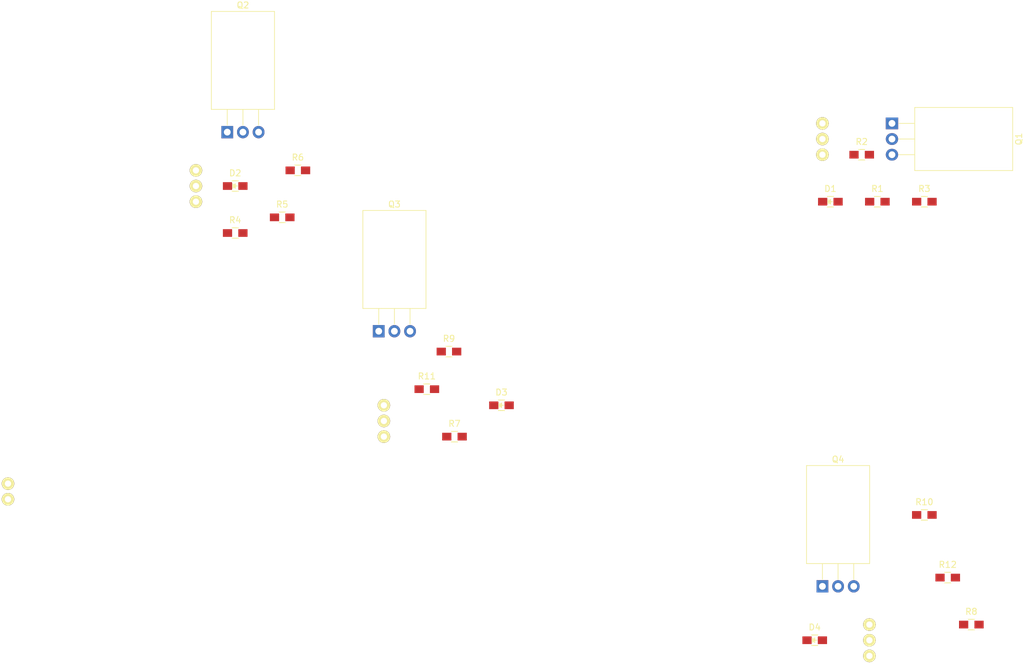
<source format=kicad_pcb>
(kicad_pcb (version 20171130) (host pcbnew "(5.1.12)-1")

  (general
    (thickness 1.6)
    (drawings 0)
    (tracks 0)
    (zones 0)
    (modules 25)
    (nets 19)
  )

  (page A4)
  (layers
    (0 F.Cu signal)
    (31 B.Cu signal)
    (32 B.Adhes user)
    (33 F.Adhes user)
    (34 B.Paste user)
    (35 F.Paste user)
    (36 B.SilkS user)
    (37 F.SilkS user)
    (38 B.Mask user)
    (39 F.Mask user)
    (40 Dwgs.User user)
    (41 Cmts.User user)
    (42 Eco1.User user)
    (43 Eco2.User user)
    (44 Edge.Cuts user)
    (45 Margin user)
    (46 B.CrtYd user)
    (47 F.CrtYd user)
    (48 B.Fab user)
    (49 F.Fab user)
  )

  (setup
    (last_trace_width 0.25)
    (trace_clearance 0.2)
    (zone_clearance 0.508)
    (zone_45_only no)
    (trace_min 0.2)
    (via_size 0.8)
    (via_drill 0.4)
    (via_min_size 0.4)
    (via_min_drill 0.3)
    (uvia_size 0.3)
    (uvia_drill 0.1)
    (uvias_allowed no)
    (uvia_min_size 0.2)
    (uvia_min_drill 0.1)
    (edge_width 0.05)
    (segment_width 0.2)
    (pcb_text_width 0.3)
    (pcb_text_size 1.5 1.5)
    (mod_edge_width 0.12)
    (mod_text_size 1 1)
    (mod_text_width 0.15)
    (pad_size 1.524 1.524)
    (pad_drill 0.762)
    (pad_to_mask_clearance 0)
    (aux_axis_origin 0 0)
    (visible_elements 7FFFFFFF)
    (pcbplotparams
      (layerselection 0x010fc_ffffffff)
      (usegerberextensions false)
      (usegerberattributes true)
      (usegerberadvancedattributes true)
      (creategerberjobfile true)
      (excludeedgelayer true)
      (linewidth 0.100000)
      (plotframeref false)
      (viasonmask false)
      (mode 1)
      (useauxorigin false)
      (hpglpennumber 1)
      (hpglpenspeed 20)
      (hpglpendiameter 15.000000)
      (psnegative false)
      (psa4output false)
      (plotreference true)
      (plotvalue true)
      (plotinvisibletext false)
      (padsonsilk false)
      (subtractmaskfromsilk false)
      (outputformat 1)
      (mirror false)
      (drillshape 1)
      (scaleselection 1)
      (outputdirectory ""))
  )

  (net 0 "")
  (net 1 "Net-(D1-Pad1)")
  (net 2 "Net-(D1-Pad2)")
  (net 3 "Net-(D2-Pad1)")
  (net 4 "Net-(D2-Pad2)")
  (net 5 "Net-(D3-Pad2)")
  (net 6 "Net-(D3-Pad1)")
  (net 7 "Net-(D4-Pad2)")
  (net 8 "Net-(D4-Pad1)")
  (net 9 "Net-(Q1-Pad1)")
  (net 10 GND)
  (net 11 "Net-(Q2-Pad1)")
  (net 12 "Net-(Q3-Pad1)")
  (net 13 "Net-(Q4-Pad1)")
  (net 14 "Net-(J2-Pad1)")
  (net 15 "Net-(J3-Pad1)")
  (net 16 "Net-(J4-Pad1)")
  (net 17 "Net-(J5-Pad1)")
  (net 18 +5V)

  (net_class Default "This is the default net class."
    (clearance 0.2)
    (trace_width 0.25)
    (via_dia 0.8)
    (via_drill 0.4)
    (uvia_dia 0.3)
    (uvia_drill 0.1)
    (add_net +5V)
    (add_net GND)
    (add_net "Net-(D1-Pad1)")
    (add_net "Net-(D1-Pad2)")
    (add_net "Net-(D2-Pad1)")
    (add_net "Net-(D2-Pad2)")
    (add_net "Net-(D3-Pad1)")
    (add_net "Net-(D3-Pad2)")
    (add_net "Net-(D4-Pad1)")
    (add_net "Net-(D4-Pad2)")
    (add_net "Net-(J2-Pad1)")
    (add_net "Net-(J3-Pad1)")
    (add_net "Net-(J4-Pad1)")
    (add_net "Net-(J5-Pad1)")
    (add_net "Net-(Q1-Pad1)")
    (add_net "Net-(Q2-Pad1)")
    (add_net "Net-(Q3-Pad1)")
    (add_net "Net-(Q4-Pad1)")
  )

  (module General:LED_0805_HS (layer F.Cu) (tedit 618DB3CC) (tstamp 62F46A1D)
    (at 174.01 76.2)
    (descr "LED 0805 smd package")
    (tags "LED 0805 SMD")
    (path /62F87761)
    (attr smd)
    (fp_text reference D1 (at 0 -2.1) (layer F.SilkS)
      (effects (font (size 1 1) (thickness 0.15)))
    )
    (fp_text value LED (at 0 2.1) (layer F.Fab)
      (effects (font (size 1 1) (thickness 0.15)))
    )
    (fp_line (start -0.4 -0.3) (end -0.4 0.3) (layer F.Fab) (width 0.15))
    (fp_line (start -0.3 0) (end 0 -0.3) (layer F.Fab) (width 0.15))
    (fp_line (start 0 0.3) (end -0.3 0) (layer F.Fab) (width 0.15))
    (fp_line (start 0 -0.3) (end 0 0.3) (layer F.Fab) (width 0.15))
    (fp_line (start 1 -0.6) (end -1 -0.6) (layer F.Fab) (width 0.15))
    (fp_line (start 1 0.6) (end 1 -0.6) (layer F.Fab) (width 0.15))
    (fp_line (start -1 0.6) (end 1 0.6) (layer F.Fab) (width 0.15))
    (fp_line (start -1 -0.6) (end -1 0.6) (layer F.Fab) (width 0.15))
    (fp_line (start -0.5 0.85) (end 0.5 0.85) (layer F.SilkS) (width 0.15))
    (fp_line (start -0.5 -0.85) (end 0.5 -0.85) (layer F.SilkS) (width 0.15))
    (fp_line (start -0.1 0.15) (end -0.1 -0.1) (layer F.SilkS) (width 0.15))
    (fp_line (start -0.1 -0.1) (end -0.25 0.05) (layer F.SilkS) (width 0.15))
    (fp_line (start -0.35 -0.35) (end -0.35 0.35) (layer F.SilkS) (width 0.15))
    (fp_line (start 0 0) (end 0.35 0) (layer F.SilkS) (width 0.15))
    (fp_line (start -0.35 0) (end 0 -0.35) (layer F.SilkS) (width 0.15))
    (fp_line (start 0 -0.35) (end 0 0.35) (layer F.SilkS) (width 0.15))
    (fp_line (start 0 0.35) (end -0.35 0) (layer F.SilkS) (width 0.15))
    (fp_line (start 2.3 -1) (end 2.3 1) (layer F.CrtYd) (width 0.05))
    (fp_line (start 2.3 1) (end -2.3 1) (layer F.CrtYd) (width 0.05))
    (fp_line (start -2.3 1) (end -2.3 -1) (layer F.CrtYd) (width 0.05))
    (fp_line (start -2.3 -1) (end 2.3 -1) (layer F.CrtYd) (width 0.05))
    (pad 2 smd rect (at 1.25 0 180) (size 1.5 1.25) (layers F.Cu F.Paste F.Mask)
      (net 2 "Net-(D1-Pad2)"))
    (pad 1 smd rect (at -1.25 0 180) (size 1.5 1.25) (layers F.Cu F.Paste F.Mask)
      (net 1 "Net-(D1-Pad1)"))
    (model LEDs.3dshapes/LED_0805.wrl
      (at (xyz 0 0 0))
      (scale (xyz 1 1 1))
      (rotate (xyz 0 0 0))
    )
  )

  (module General:LED_0805_HS (layer F.Cu) (tedit 618DB3CC) (tstamp 62F46A38)
    (at 77.49 73.66)
    (descr "LED 0805 smd package")
    (tags "LED 0805 SMD")
    (path /62FD8768)
    (attr smd)
    (fp_text reference D2 (at 0 -2.1) (layer F.SilkS)
      (effects (font (size 1 1) (thickness 0.15)))
    )
    (fp_text value LED (at 0 2.1) (layer F.Fab)
      (effects (font (size 1 1) (thickness 0.15)))
    )
    (fp_line (start -2.3 -1) (end 2.3 -1) (layer F.CrtYd) (width 0.05))
    (fp_line (start -2.3 1) (end -2.3 -1) (layer F.CrtYd) (width 0.05))
    (fp_line (start 2.3 1) (end -2.3 1) (layer F.CrtYd) (width 0.05))
    (fp_line (start 2.3 -1) (end 2.3 1) (layer F.CrtYd) (width 0.05))
    (fp_line (start 0 0.35) (end -0.35 0) (layer F.SilkS) (width 0.15))
    (fp_line (start 0 -0.35) (end 0 0.35) (layer F.SilkS) (width 0.15))
    (fp_line (start -0.35 0) (end 0 -0.35) (layer F.SilkS) (width 0.15))
    (fp_line (start 0 0) (end 0.35 0) (layer F.SilkS) (width 0.15))
    (fp_line (start -0.35 -0.35) (end -0.35 0.35) (layer F.SilkS) (width 0.15))
    (fp_line (start -0.1 -0.1) (end -0.25 0.05) (layer F.SilkS) (width 0.15))
    (fp_line (start -0.1 0.15) (end -0.1 -0.1) (layer F.SilkS) (width 0.15))
    (fp_line (start -0.5 -0.85) (end 0.5 -0.85) (layer F.SilkS) (width 0.15))
    (fp_line (start -0.5 0.85) (end 0.5 0.85) (layer F.SilkS) (width 0.15))
    (fp_line (start -1 -0.6) (end -1 0.6) (layer F.Fab) (width 0.15))
    (fp_line (start -1 0.6) (end 1 0.6) (layer F.Fab) (width 0.15))
    (fp_line (start 1 0.6) (end 1 -0.6) (layer F.Fab) (width 0.15))
    (fp_line (start 1 -0.6) (end -1 -0.6) (layer F.Fab) (width 0.15))
    (fp_line (start 0 -0.3) (end 0 0.3) (layer F.Fab) (width 0.15))
    (fp_line (start 0 0.3) (end -0.3 0) (layer F.Fab) (width 0.15))
    (fp_line (start -0.3 0) (end 0 -0.3) (layer F.Fab) (width 0.15))
    (fp_line (start -0.4 -0.3) (end -0.4 0.3) (layer F.Fab) (width 0.15))
    (pad 1 smd rect (at -1.25 0 180) (size 1.5 1.25) (layers F.Cu F.Paste F.Mask)
      (net 3 "Net-(D2-Pad1)"))
    (pad 2 smd rect (at 1.25 0 180) (size 1.5 1.25) (layers F.Cu F.Paste F.Mask)
      (net 4 "Net-(D2-Pad2)"))
    (model LEDs.3dshapes/LED_0805.wrl
      (at (xyz 0 0 0))
      (scale (xyz 1 1 1))
      (rotate (xyz 0 0 0))
    )
  )

  (module General:LED_0805_HS (layer F.Cu) (tedit 618DB3CC) (tstamp 62F46A53)
    (at 120.67 109.22)
    (descr "LED 0805 smd package")
    (tags "LED 0805 SMD")
    (path /62FC2169)
    (attr smd)
    (fp_text reference D3 (at 0 -2.1) (layer F.SilkS)
      (effects (font (size 1 1) (thickness 0.15)))
    )
    (fp_text value LED (at 0 2.1) (layer F.Fab)
      (effects (font (size 1 1) (thickness 0.15)))
    )
    (fp_line (start -2.3 -1) (end 2.3 -1) (layer F.CrtYd) (width 0.05))
    (fp_line (start -2.3 1) (end -2.3 -1) (layer F.CrtYd) (width 0.05))
    (fp_line (start 2.3 1) (end -2.3 1) (layer F.CrtYd) (width 0.05))
    (fp_line (start 2.3 -1) (end 2.3 1) (layer F.CrtYd) (width 0.05))
    (fp_line (start 0 0.35) (end -0.35 0) (layer F.SilkS) (width 0.15))
    (fp_line (start 0 -0.35) (end 0 0.35) (layer F.SilkS) (width 0.15))
    (fp_line (start -0.35 0) (end 0 -0.35) (layer F.SilkS) (width 0.15))
    (fp_line (start 0 0) (end 0.35 0) (layer F.SilkS) (width 0.15))
    (fp_line (start -0.35 -0.35) (end -0.35 0.35) (layer F.SilkS) (width 0.15))
    (fp_line (start -0.1 -0.1) (end -0.25 0.05) (layer F.SilkS) (width 0.15))
    (fp_line (start -0.1 0.15) (end -0.1 -0.1) (layer F.SilkS) (width 0.15))
    (fp_line (start -0.5 -0.85) (end 0.5 -0.85) (layer F.SilkS) (width 0.15))
    (fp_line (start -0.5 0.85) (end 0.5 0.85) (layer F.SilkS) (width 0.15))
    (fp_line (start -1 -0.6) (end -1 0.6) (layer F.Fab) (width 0.15))
    (fp_line (start -1 0.6) (end 1 0.6) (layer F.Fab) (width 0.15))
    (fp_line (start 1 0.6) (end 1 -0.6) (layer F.Fab) (width 0.15))
    (fp_line (start 1 -0.6) (end -1 -0.6) (layer F.Fab) (width 0.15))
    (fp_line (start 0 -0.3) (end 0 0.3) (layer F.Fab) (width 0.15))
    (fp_line (start 0 0.3) (end -0.3 0) (layer F.Fab) (width 0.15))
    (fp_line (start -0.3 0) (end 0 -0.3) (layer F.Fab) (width 0.15))
    (fp_line (start -0.4 -0.3) (end -0.4 0.3) (layer F.Fab) (width 0.15))
    (pad 1 smd rect (at -1.25 0 180) (size 1.5 1.25) (layers F.Cu F.Paste F.Mask)
      (net 6 "Net-(D3-Pad1)"))
    (pad 2 smd rect (at 1.25 0 180) (size 1.5 1.25) (layers F.Cu F.Paste F.Mask)
      (net 5 "Net-(D3-Pad2)"))
    (model LEDs.3dshapes/LED_0805.wrl
      (at (xyz 0 0 0))
      (scale (xyz 1 1 1))
      (rotate (xyz 0 0 0))
    )
  )

  (module General:LED_0805_HS (layer F.Cu) (tedit 618DB3CC) (tstamp 62F46A6E)
    (at 171.47 147.32)
    (descr "LED 0805 smd package")
    (tags "LED 0805 SMD")
    (path /62FD1A71)
    (attr smd)
    (fp_text reference D4 (at 0 -2.1) (layer F.SilkS)
      (effects (font (size 1 1) (thickness 0.15)))
    )
    (fp_text value LED (at 0 2.1) (layer F.Fab)
      (effects (font (size 1 1) (thickness 0.15)))
    )
    (fp_line (start -0.4 -0.3) (end -0.4 0.3) (layer F.Fab) (width 0.15))
    (fp_line (start -0.3 0) (end 0 -0.3) (layer F.Fab) (width 0.15))
    (fp_line (start 0 0.3) (end -0.3 0) (layer F.Fab) (width 0.15))
    (fp_line (start 0 -0.3) (end 0 0.3) (layer F.Fab) (width 0.15))
    (fp_line (start 1 -0.6) (end -1 -0.6) (layer F.Fab) (width 0.15))
    (fp_line (start 1 0.6) (end 1 -0.6) (layer F.Fab) (width 0.15))
    (fp_line (start -1 0.6) (end 1 0.6) (layer F.Fab) (width 0.15))
    (fp_line (start -1 -0.6) (end -1 0.6) (layer F.Fab) (width 0.15))
    (fp_line (start -0.5 0.85) (end 0.5 0.85) (layer F.SilkS) (width 0.15))
    (fp_line (start -0.5 -0.85) (end 0.5 -0.85) (layer F.SilkS) (width 0.15))
    (fp_line (start -0.1 0.15) (end -0.1 -0.1) (layer F.SilkS) (width 0.15))
    (fp_line (start -0.1 -0.1) (end -0.25 0.05) (layer F.SilkS) (width 0.15))
    (fp_line (start -0.35 -0.35) (end -0.35 0.35) (layer F.SilkS) (width 0.15))
    (fp_line (start 0 0) (end 0.35 0) (layer F.SilkS) (width 0.15))
    (fp_line (start -0.35 0) (end 0 -0.35) (layer F.SilkS) (width 0.15))
    (fp_line (start 0 -0.35) (end 0 0.35) (layer F.SilkS) (width 0.15))
    (fp_line (start 0 0.35) (end -0.35 0) (layer F.SilkS) (width 0.15))
    (fp_line (start 2.3 -1) (end 2.3 1) (layer F.CrtYd) (width 0.05))
    (fp_line (start 2.3 1) (end -2.3 1) (layer F.CrtYd) (width 0.05))
    (fp_line (start -2.3 1) (end -2.3 -1) (layer F.CrtYd) (width 0.05))
    (fp_line (start -2.3 -1) (end 2.3 -1) (layer F.CrtYd) (width 0.05))
    (pad 2 smd rect (at 1.25 0 180) (size 1.5 1.25) (layers F.Cu F.Paste F.Mask)
      (net 7 "Net-(D4-Pad2)"))
    (pad 1 smd rect (at -1.25 0 180) (size 1.5 1.25) (layers F.Cu F.Paste F.Mask)
      (net 8 "Net-(D4-Pad1)"))
    (model LEDs.3dshapes/LED_0805.wrl
      (at (xyz 0 0 0))
      (scale (xyz 1 1 1))
      (rotate (xyz 0 0 0))
    )
  )

  (module General:Pin_Header_Circular_1x02 (layer F.Cu) (tedit 5838363C) (tstamp 62F46A78)
    (at 40.64 121.92)
    (descr "Through hole pin header")
    (tags "pin header")
    (path /62F6B0EC)
    (fp_text reference J1 (at 0 -5.1) (layer F.SilkS) hide
      (effects (font (size 1 1) (thickness 0.15)))
    )
    (fp_text value Conn_01x02 (at 0 -3.1) (layer F.Fab) hide
      (effects (font (size 1 1) (thickness 0.15)))
    )
    (fp_line (start -1.27 3.81) (end 1.27 3.81) (layer F.CrtYd) (width 0.05))
    (fp_line (start -1.27 -1.27) (end 1.27 -1.27) (layer F.CrtYd) (width 0.05))
    (fp_line (start 1.27 -1.27) (end 1.27 3.81) (layer F.CrtYd) (width 0.05))
    (fp_line (start -1.27 -1.27) (end -1.27 3.81) (layer F.CrtYd) (width 0.05))
    (pad 1 thru_hole circle (at 0 0) (size 2.032 2.032) (drill 1.016) (layers *.Cu *.Mask F.SilkS)
      (net 18 +5V))
    (pad 2 thru_hole circle (at 0 2.54) (size 2.032 2.032) (drill 1.016) (layers *.Cu *.Mask F.SilkS)
      (net 10 GND))
    (model Pin_Headers.3dshapes/Pin_Header_Straight_1x02.wrl
      (offset (xyz 0 -1.269999980926514 0))
      (scale (xyz 1 1 1))
      (rotate (xyz 0 0 90))
    )
  )

  (module General:Pin_Header_Circular_1x03 (layer F.Cu) (tedit 583DE82C) (tstamp 62F46A83)
    (at 172.72 63.5)
    (descr "Through hole pin header")
    (tags "pin header")
    (path /62F69993)
    (fp_text reference J2 (at 0 -5.1) (layer F.SilkS) hide
      (effects (font (size 1 1) (thickness 0.15)))
    )
    (fp_text value Conn_01x03 (at 0 -3.1) (layer F.Fab) hide
      (effects (font (size 1 1) (thickness 0.15)))
    )
    (fp_line (start -1.27 6.35) (end 1.27 6.35) (layer F.CrtYd) (width 0.05))
    (fp_line (start -1.27 -1.27) (end 1.27 -1.27) (layer F.CrtYd) (width 0.05))
    (fp_line (start 1.27 -1.27) (end 1.27 6.35) (layer F.CrtYd) (width 0.05))
    (fp_line (start -1.27 -1.27) (end -1.27 6.35) (layer F.CrtYd) (width 0.05))
    (pad 1 thru_hole circle (at 0 0) (size 2.032 2.032) (drill 1.016) (layers *.Cu *.Mask F.SilkS)
      (net 14 "Net-(J2-Pad1)"))
    (pad 2 thru_hole circle (at 0 2.54) (size 2.032 2.032) (drill 1.016) (layers *.Cu *.Mask F.SilkS)
      (net 2 "Net-(D1-Pad2)"))
    (pad 3 thru_hole circle (at 0 5.08) (size 2.032 2.032) (drill 1.016) (layers *.Cu *.Mask F.SilkS)
      (net 18 +5V))
    (model Pin_Headers.3dshapes/Pin_Header_Straight_1x03.wrl
      (offset (xyz 0 -2.539999961853027 0))
      (scale (xyz 1 1 1))
      (rotate (xyz 0 0 90))
    )
  )

  (module General:Pin_Header_Circular_1x03 (layer F.Cu) (tedit 583DE82C) (tstamp 62F46A8E)
    (at 71.12 71.12)
    (descr "Through hole pin header")
    (tags "pin header")
    (path /62FD875A)
    (fp_text reference J3 (at 0 -5.1) (layer F.SilkS) hide
      (effects (font (size 1 1) (thickness 0.15)))
    )
    (fp_text value Conn_01x03 (at 0 -3.1) (layer F.Fab) hide
      (effects (font (size 1 1) (thickness 0.15)))
    )
    (fp_line (start -1.27 -1.27) (end -1.27 6.35) (layer F.CrtYd) (width 0.05))
    (fp_line (start 1.27 -1.27) (end 1.27 6.35) (layer F.CrtYd) (width 0.05))
    (fp_line (start -1.27 -1.27) (end 1.27 -1.27) (layer F.CrtYd) (width 0.05))
    (fp_line (start -1.27 6.35) (end 1.27 6.35) (layer F.CrtYd) (width 0.05))
    (pad 3 thru_hole circle (at 0 5.08) (size 2.032 2.032) (drill 1.016) (layers *.Cu *.Mask F.SilkS)
      (net 18 +5V))
    (pad 2 thru_hole circle (at 0 2.54) (size 2.032 2.032) (drill 1.016) (layers *.Cu *.Mask F.SilkS)
      (net 4 "Net-(D2-Pad2)"))
    (pad 1 thru_hole circle (at 0 0) (size 2.032 2.032) (drill 1.016) (layers *.Cu *.Mask F.SilkS)
      (net 15 "Net-(J3-Pad1)"))
    (model Pin_Headers.3dshapes/Pin_Header_Straight_1x03.wrl
      (offset (xyz 0 -2.539999961853027 0))
      (scale (xyz 1 1 1))
      (rotate (xyz 0 0 90))
    )
  )

  (module General:Pin_Header_Circular_1x03 (layer F.Cu) (tedit 583DE82C) (tstamp 62F46A99)
    (at 101.6 109.22)
    (descr "Through hole pin header")
    (tags "pin header")
    (path /62FC215B)
    (fp_text reference J4 (at 0 -5.1) (layer F.SilkS) hide
      (effects (font (size 1 1) (thickness 0.15)))
    )
    (fp_text value Conn_01x03 (at 0 -3.1) (layer F.Fab) hide
      (effects (font (size 1 1) (thickness 0.15)))
    )
    (fp_line (start -1.27 -1.27) (end -1.27 6.35) (layer F.CrtYd) (width 0.05))
    (fp_line (start 1.27 -1.27) (end 1.27 6.35) (layer F.CrtYd) (width 0.05))
    (fp_line (start -1.27 -1.27) (end 1.27 -1.27) (layer F.CrtYd) (width 0.05))
    (fp_line (start -1.27 6.35) (end 1.27 6.35) (layer F.CrtYd) (width 0.05))
    (pad 3 thru_hole circle (at 0 5.08) (size 2.032 2.032) (drill 1.016) (layers *.Cu *.Mask F.SilkS)
      (net 18 +5V))
    (pad 2 thru_hole circle (at 0 2.54) (size 2.032 2.032) (drill 1.016) (layers *.Cu *.Mask F.SilkS)
      (net 5 "Net-(D3-Pad2)"))
    (pad 1 thru_hole circle (at 0 0) (size 2.032 2.032) (drill 1.016) (layers *.Cu *.Mask F.SilkS)
      (net 16 "Net-(J4-Pad1)"))
    (model Pin_Headers.3dshapes/Pin_Header_Straight_1x03.wrl
      (offset (xyz 0 -2.539999961853027 0))
      (scale (xyz 1 1 1))
      (rotate (xyz 0 0 90))
    )
  )

  (module General:Pin_Header_Circular_1x03 (layer F.Cu) (tedit 583DE82C) (tstamp 62F46AA4)
    (at 180.34 144.78)
    (descr "Through hole pin header")
    (tags "pin header")
    (path /62FD1A63)
    (fp_text reference J5 (at 0 -5.1) (layer F.SilkS) hide
      (effects (font (size 1 1) (thickness 0.15)))
    )
    (fp_text value Conn_01x03 (at 0 -3.1) (layer F.Fab) hide
      (effects (font (size 1 1) (thickness 0.15)))
    )
    (fp_line (start -1.27 6.35) (end 1.27 6.35) (layer F.CrtYd) (width 0.05))
    (fp_line (start -1.27 -1.27) (end 1.27 -1.27) (layer F.CrtYd) (width 0.05))
    (fp_line (start 1.27 -1.27) (end 1.27 6.35) (layer F.CrtYd) (width 0.05))
    (fp_line (start -1.27 -1.27) (end -1.27 6.35) (layer F.CrtYd) (width 0.05))
    (pad 1 thru_hole circle (at 0 0) (size 2.032 2.032) (drill 1.016) (layers *.Cu *.Mask F.SilkS)
      (net 17 "Net-(J5-Pad1)"))
    (pad 2 thru_hole circle (at 0 2.54) (size 2.032 2.032) (drill 1.016) (layers *.Cu *.Mask F.SilkS)
      (net 7 "Net-(D4-Pad2)"))
    (pad 3 thru_hole circle (at 0 5.08) (size 2.032 2.032) (drill 1.016) (layers *.Cu *.Mask F.SilkS)
      (net 18 +5V))
    (model Pin_Headers.3dshapes/Pin_Header_Straight_1x03.wrl
      (offset (xyz 0 -2.539999961853027 0))
      (scale (xyz 1 1 1))
      (rotate (xyz 0 0 90))
    )
  )

  (module Package_TO_SOT_THT:TO-220-3_Horizontal_TabDown (layer F.Cu) (tedit 5AC8BA0D) (tstamp 62F46AC4)
    (at 184 63.5 270)
    (descr "TO-220-3, Horizontal, RM 2.54mm, see https://www.vishay.com/docs/66542/to-220-1.pdf")
    (tags "TO-220-3 Horizontal RM 2.54mm")
    (path /62F4F0D5)
    (fp_text reference Q1 (at 2.54 -20.58 90) (layer F.SilkS)
      (effects (font (size 1 1) (thickness 0.15)))
    )
    (fp_text value IRF1405 (at 2.54 2 90) (layer F.Fab)
      (effects (font (size 1 1) (thickness 0.15)))
    )
    (fp_text user %R (at 2.54 -20.58 90) (layer F.Fab)
      (effects (font (size 1 1) (thickness 0.15)))
    )
    (fp_circle (center 2.54 -16.66) (end 4.39 -16.66) (layer F.Fab) (width 0.1))
    (fp_line (start -2.46 -13.06) (end -2.46 -19.46) (layer F.Fab) (width 0.1))
    (fp_line (start -2.46 -19.46) (end 7.54 -19.46) (layer F.Fab) (width 0.1))
    (fp_line (start 7.54 -19.46) (end 7.54 -13.06) (layer F.Fab) (width 0.1))
    (fp_line (start 7.54 -13.06) (end -2.46 -13.06) (layer F.Fab) (width 0.1))
    (fp_line (start -2.46 -3.81) (end -2.46 -13.06) (layer F.Fab) (width 0.1))
    (fp_line (start -2.46 -13.06) (end 7.54 -13.06) (layer F.Fab) (width 0.1))
    (fp_line (start 7.54 -13.06) (end 7.54 -3.81) (layer F.Fab) (width 0.1))
    (fp_line (start 7.54 -3.81) (end -2.46 -3.81) (layer F.Fab) (width 0.1))
    (fp_line (start 0 -3.81) (end 0 0) (layer F.Fab) (width 0.1))
    (fp_line (start 2.54 -3.81) (end 2.54 0) (layer F.Fab) (width 0.1))
    (fp_line (start 5.08 -3.81) (end 5.08 0) (layer F.Fab) (width 0.1))
    (fp_line (start -2.58 -3.69) (end 7.66 -3.69) (layer F.SilkS) (width 0.12))
    (fp_line (start -2.58 -19.58) (end 7.66 -19.58) (layer F.SilkS) (width 0.12))
    (fp_line (start -2.58 -19.58) (end -2.58 -3.69) (layer F.SilkS) (width 0.12))
    (fp_line (start 7.66 -19.58) (end 7.66 -3.69) (layer F.SilkS) (width 0.12))
    (fp_line (start 0 -3.69) (end 0 -1.15) (layer F.SilkS) (width 0.12))
    (fp_line (start 2.54 -3.69) (end 2.54 -1.15) (layer F.SilkS) (width 0.12))
    (fp_line (start 5.08 -3.69) (end 5.08 -1.15) (layer F.SilkS) (width 0.12))
    (fp_line (start -2.71 -19.71) (end -2.71 1.25) (layer F.CrtYd) (width 0.05))
    (fp_line (start -2.71 1.25) (end 7.79 1.25) (layer F.CrtYd) (width 0.05))
    (fp_line (start 7.79 1.25) (end 7.79 -19.71) (layer F.CrtYd) (width 0.05))
    (fp_line (start 7.79 -19.71) (end -2.71 -19.71) (layer F.CrtYd) (width 0.05))
    (pad 3 thru_hole oval (at 5.08 0 270) (size 1.905 2) (drill 1.1) (layers *.Cu *.Mask)
      (net 10 GND))
    (pad 2 thru_hole oval (at 2.54 0 270) (size 1.905 2) (drill 1.1) (layers *.Cu *.Mask)
      (net 2 "Net-(D1-Pad2)"))
    (pad 1 thru_hole rect (at 0 0 270) (size 1.905 2) (drill 1.1) (layers *.Cu *.Mask)
      (net 9 "Net-(Q1-Pad1)"))
    (pad "" np_thru_hole oval (at 2.54 -16.66 270) (size 3.5 3.5) (drill 3.5) (layers *.Cu *.Mask))
    (model ${KISYS3DMOD}/Package_TO_SOT_THT.3dshapes/TO-220-3_Horizontal_TabDown.wrl
      (at (xyz 0 0 0))
      (scale (xyz 1 1 1))
      (rotate (xyz 0 0 0))
    )
  )

  (module Package_TO_SOT_THT:TO-220-3_Horizontal_TabDown (layer F.Cu) (tedit 5AC8BA0D) (tstamp 62F46AE4)
    (at 76.2 64.92)
    (descr "TO-220-3, Horizontal, RM 2.54mm, see https://www.vishay.com/docs/66542/to-220-1.pdf")
    (tags "TO-220-3 Horizontal RM 2.54mm")
    (path /62FD873A)
    (fp_text reference Q2 (at 2.54 -20.58) (layer F.SilkS)
      (effects (font (size 1 1) (thickness 0.15)))
    )
    (fp_text value IRF1405 (at 2.54 2) (layer F.Fab)
      (effects (font (size 1 1) (thickness 0.15)))
    )
    (fp_text user %R (at 2.54 -20.58) (layer F.Fab)
      (effects (font (size 1 1) (thickness 0.15)))
    )
    (fp_circle (center 2.54 -16.66) (end 4.39 -16.66) (layer F.Fab) (width 0.1))
    (fp_line (start -2.46 -13.06) (end -2.46 -19.46) (layer F.Fab) (width 0.1))
    (fp_line (start -2.46 -19.46) (end 7.54 -19.46) (layer F.Fab) (width 0.1))
    (fp_line (start 7.54 -19.46) (end 7.54 -13.06) (layer F.Fab) (width 0.1))
    (fp_line (start 7.54 -13.06) (end -2.46 -13.06) (layer F.Fab) (width 0.1))
    (fp_line (start -2.46 -3.81) (end -2.46 -13.06) (layer F.Fab) (width 0.1))
    (fp_line (start -2.46 -13.06) (end 7.54 -13.06) (layer F.Fab) (width 0.1))
    (fp_line (start 7.54 -13.06) (end 7.54 -3.81) (layer F.Fab) (width 0.1))
    (fp_line (start 7.54 -3.81) (end -2.46 -3.81) (layer F.Fab) (width 0.1))
    (fp_line (start 0 -3.81) (end 0 0) (layer F.Fab) (width 0.1))
    (fp_line (start 2.54 -3.81) (end 2.54 0) (layer F.Fab) (width 0.1))
    (fp_line (start 5.08 -3.81) (end 5.08 0) (layer F.Fab) (width 0.1))
    (fp_line (start -2.58 -3.69) (end 7.66 -3.69) (layer F.SilkS) (width 0.12))
    (fp_line (start -2.58 -19.58) (end 7.66 -19.58) (layer F.SilkS) (width 0.12))
    (fp_line (start -2.58 -19.58) (end -2.58 -3.69) (layer F.SilkS) (width 0.12))
    (fp_line (start 7.66 -19.58) (end 7.66 -3.69) (layer F.SilkS) (width 0.12))
    (fp_line (start 0 -3.69) (end 0 -1.15) (layer F.SilkS) (width 0.12))
    (fp_line (start 2.54 -3.69) (end 2.54 -1.15) (layer F.SilkS) (width 0.12))
    (fp_line (start 5.08 -3.69) (end 5.08 -1.15) (layer F.SilkS) (width 0.12))
    (fp_line (start -2.71 -19.71) (end -2.71 1.25) (layer F.CrtYd) (width 0.05))
    (fp_line (start -2.71 1.25) (end 7.79 1.25) (layer F.CrtYd) (width 0.05))
    (fp_line (start 7.79 1.25) (end 7.79 -19.71) (layer F.CrtYd) (width 0.05))
    (fp_line (start 7.79 -19.71) (end -2.71 -19.71) (layer F.CrtYd) (width 0.05))
    (pad 3 thru_hole oval (at 5.08 0) (size 1.905 2) (drill 1.1) (layers *.Cu *.Mask)
      (net 10 GND))
    (pad 2 thru_hole oval (at 2.54 0) (size 1.905 2) (drill 1.1) (layers *.Cu *.Mask)
      (net 4 "Net-(D2-Pad2)"))
    (pad 1 thru_hole rect (at 0 0) (size 1.905 2) (drill 1.1) (layers *.Cu *.Mask)
      (net 11 "Net-(Q2-Pad1)"))
    (pad "" np_thru_hole oval (at 2.54 -16.66) (size 3.5 3.5) (drill 3.5) (layers *.Cu *.Mask))
    (model ${KISYS3DMOD}/Package_TO_SOT_THT.3dshapes/TO-220-3_Horizontal_TabDown.wrl
      (at (xyz 0 0 0))
      (scale (xyz 1 1 1))
      (rotate (xyz 0 0 0))
    )
  )

  (module Package_TO_SOT_THT:TO-220-3_Horizontal_TabDown (layer F.Cu) (tedit 5AC8BA0D) (tstamp 62F46B04)
    (at 100.765001 97.205001)
    (descr "TO-220-3, Horizontal, RM 2.54mm, see https://www.vishay.com/docs/66542/to-220-1.pdf")
    (tags "TO-220-3 Horizontal RM 2.54mm")
    (path /62FC213B)
    (fp_text reference Q3 (at 2.54 -20.58) (layer F.SilkS)
      (effects (font (size 1 1) (thickness 0.15)))
    )
    (fp_text value IRF1405 (at 2.54 2) (layer F.Fab)
      (effects (font (size 1 1) (thickness 0.15)))
    )
    (fp_line (start 7.79 -19.71) (end -2.71 -19.71) (layer F.CrtYd) (width 0.05))
    (fp_line (start 7.79 1.25) (end 7.79 -19.71) (layer F.CrtYd) (width 0.05))
    (fp_line (start -2.71 1.25) (end 7.79 1.25) (layer F.CrtYd) (width 0.05))
    (fp_line (start -2.71 -19.71) (end -2.71 1.25) (layer F.CrtYd) (width 0.05))
    (fp_line (start 5.08 -3.69) (end 5.08 -1.15) (layer F.SilkS) (width 0.12))
    (fp_line (start 2.54 -3.69) (end 2.54 -1.15) (layer F.SilkS) (width 0.12))
    (fp_line (start 0 -3.69) (end 0 -1.15) (layer F.SilkS) (width 0.12))
    (fp_line (start 7.66 -19.58) (end 7.66 -3.69) (layer F.SilkS) (width 0.12))
    (fp_line (start -2.58 -19.58) (end -2.58 -3.69) (layer F.SilkS) (width 0.12))
    (fp_line (start -2.58 -19.58) (end 7.66 -19.58) (layer F.SilkS) (width 0.12))
    (fp_line (start -2.58 -3.69) (end 7.66 -3.69) (layer F.SilkS) (width 0.12))
    (fp_line (start 5.08 -3.81) (end 5.08 0) (layer F.Fab) (width 0.1))
    (fp_line (start 2.54 -3.81) (end 2.54 0) (layer F.Fab) (width 0.1))
    (fp_line (start 0 -3.81) (end 0 0) (layer F.Fab) (width 0.1))
    (fp_line (start 7.54 -3.81) (end -2.46 -3.81) (layer F.Fab) (width 0.1))
    (fp_line (start 7.54 -13.06) (end 7.54 -3.81) (layer F.Fab) (width 0.1))
    (fp_line (start -2.46 -13.06) (end 7.54 -13.06) (layer F.Fab) (width 0.1))
    (fp_line (start -2.46 -3.81) (end -2.46 -13.06) (layer F.Fab) (width 0.1))
    (fp_line (start 7.54 -13.06) (end -2.46 -13.06) (layer F.Fab) (width 0.1))
    (fp_line (start 7.54 -19.46) (end 7.54 -13.06) (layer F.Fab) (width 0.1))
    (fp_line (start -2.46 -19.46) (end 7.54 -19.46) (layer F.Fab) (width 0.1))
    (fp_line (start -2.46 -13.06) (end -2.46 -19.46) (layer F.Fab) (width 0.1))
    (fp_circle (center 2.54 -16.66) (end 4.39 -16.66) (layer F.Fab) (width 0.1))
    (fp_text user %R (at 2.54 -20.58) (layer F.Fab)
      (effects (font (size 1 1) (thickness 0.15)))
    )
    (pad "" np_thru_hole oval (at 2.54 -16.66) (size 3.5 3.5) (drill 3.5) (layers *.Cu *.Mask))
    (pad 1 thru_hole rect (at 0 0) (size 1.905 2) (drill 1.1) (layers *.Cu *.Mask)
      (net 12 "Net-(Q3-Pad1)"))
    (pad 2 thru_hole oval (at 2.54 0) (size 1.905 2) (drill 1.1) (layers *.Cu *.Mask)
      (net 5 "Net-(D3-Pad2)"))
    (pad 3 thru_hole oval (at 5.08 0) (size 1.905 2) (drill 1.1) (layers *.Cu *.Mask)
      (net 10 GND))
    (model ${KISYS3DMOD}/Package_TO_SOT_THT.3dshapes/TO-220-3_Horizontal_TabDown.wrl
      (at (xyz 0 0 0))
      (scale (xyz 1 1 1))
      (rotate (xyz 0 0 0))
    )
  )

  (module Package_TO_SOT_THT:TO-220-3_Horizontal_TabDown (layer F.Cu) (tedit 5AC8BA0D) (tstamp 62F46B24)
    (at 172.72 138.58)
    (descr "TO-220-3, Horizontal, RM 2.54mm, see https://www.vishay.com/docs/66542/to-220-1.pdf")
    (tags "TO-220-3 Horizontal RM 2.54mm")
    (path /62FD1A43)
    (fp_text reference Q4 (at 2.54 -20.58) (layer F.SilkS)
      (effects (font (size 1 1) (thickness 0.15)))
    )
    (fp_text value IRF1405 (at 2.54 2) (layer F.Fab)
      (effects (font (size 1 1) (thickness 0.15)))
    )
    (fp_line (start 7.79 -19.71) (end -2.71 -19.71) (layer F.CrtYd) (width 0.05))
    (fp_line (start 7.79 1.25) (end 7.79 -19.71) (layer F.CrtYd) (width 0.05))
    (fp_line (start -2.71 1.25) (end 7.79 1.25) (layer F.CrtYd) (width 0.05))
    (fp_line (start -2.71 -19.71) (end -2.71 1.25) (layer F.CrtYd) (width 0.05))
    (fp_line (start 5.08 -3.69) (end 5.08 -1.15) (layer F.SilkS) (width 0.12))
    (fp_line (start 2.54 -3.69) (end 2.54 -1.15) (layer F.SilkS) (width 0.12))
    (fp_line (start 0 -3.69) (end 0 -1.15) (layer F.SilkS) (width 0.12))
    (fp_line (start 7.66 -19.58) (end 7.66 -3.69) (layer F.SilkS) (width 0.12))
    (fp_line (start -2.58 -19.58) (end -2.58 -3.69) (layer F.SilkS) (width 0.12))
    (fp_line (start -2.58 -19.58) (end 7.66 -19.58) (layer F.SilkS) (width 0.12))
    (fp_line (start -2.58 -3.69) (end 7.66 -3.69) (layer F.SilkS) (width 0.12))
    (fp_line (start 5.08 -3.81) (end 5.08 0) (layer F.Fab) (width 0.1))
    (fp_line (start 2.54 -3.81) (end 2.54 0) (layer F.Fab) (width 0.1))
    (fp_line (start 0 -3.81) (end 0 0) (layer F.Fab) (width 0.1))
    (fp_line (start 7.54 -3.81) (end -2.46 -3.81) (layer F.Fab) (width 0.1))
    (fp_line (start 7.54 -13.06) (end 7.54 -3.81) (layer F.Fab) (width 0.1))
    (fp_line (start -2.46 -13.06) (end 7.54 -13.06) (layer F.Fab) (width 0.1))
    (fp_line (start -2.46 -3.81) (end -2.46 -13.06) (layer F.Fab) (width 0.1))
    (fp_line (start 7.54 -13.06) (end -2.46 -13.06) (layer F.Fab) (width 0.1))
    (fp_line (start 7.54 -19.46) (end 7.54 -13.06) (layer F.Fab) (width 0.1))
    (fp_line (start -2.46 -19.46) (end 7.54 -19.46) (layer F.Fab) (width 0.1))
    (fp_line (start -2.46 -13.06) (end -2.46 -19.46) (layer F.Fab) (width 0.1))
    (fp_circle (center 2.54 -16.66) (end 4.39 -16.66) (layer F.Fab) (width 0.1))
    (fp_text user %R (at 2.54 -20.58) (layer F.Fab)
      (effects (font (size 1 1) (thickness 0.15)))
    )
    (pad "" np_thru_hole oval (at 2.54 -16.66) (size 3.5 3.5) (drill 3.5) (layers *.Cu *.Mask))
    (pad 1 thru_hole rect (at 0 0) (size 1.905 2) (drill 1.1) (layers *.Cu *.Mask)
      (net 13 "Net-(Q4-Pad1)"))
    (pad 2 thru_hole oval (at 2.54 0) (size 1.905 2) (drill 1.1) (layers *.Cu *.Mask)
      (net 7 "Net-(D4-Pad2)"))
    (pad 3 thru_hole oval (at 5.08 0) (size 1.905 2) (drill 1.1) (layers *.Cu *.Mask)
      (net 10 GND))
    (model ${KISYS3DMOD}/Package_TO_SOT_THT.3dshapes/TO-220-3_Horizontal_TabDown.wrl
      (at (xyz 0 0 0))
      (scale (xyz 1 1 1))
      (rotate (xyz 0 0 0))
    )
  )

  (module General:0805_HS (layer F.Cu) (tedit 618DB3B6) (tstamp 62F46B30)
    (at 181.63 76.2)
    (descr "Capacitor SMD 0805, hand soldering")
    (tags "capacitor 0805")
    (path /62F8C416)
    (attr smd)
    (fp_text reference R1 (at 0 -2.1) (layer F.SilkS)
      (effects (font (size 1 1) (thickness 0.15)))
    )
    (fp_text value 330 (at 0 2.1) (layer F.Fab)
      (effects (font (size 1 1) (thickness 0.15)))
    )
    (fp_line (start -0.5 0.85) (end 0.5 0.85) (layer F.SilkS) (width 0.15))
    (fp_line (start 0.5 -0.85) (end -0.5 -0.85) (layer F.SilkS) (width 0.15))
    (fp_line (start 2.3 -1) (end 2.3 1) (layer F.CrtYd) (width 0.05))
    (fp_line (start -2.3 -1) (end -2.3 1) (layer F.CrtYd) (width 0.05))
    (fp_line (start -2.3 1) (end 2.3 1) (layer F.CrtYd) (width 0.05))
    (fp_line (start -2.3 -1) (end 2.3 -1) (layer F.CrtYd) (width 0.05))
    (pad 2 smd rect (at 1.25 0) (size 1.5 1.25) (layers F.Cu F.Paste F.Mask)
      (net 10 GND))
    (pad 1 smd rect (at -1.25 0) (size 1.5 1.25) (layers F.Cu F.Paste F.Mask)
      (net 1 "Net-(D1-Pad1)"))
    (model Capacitors_SMD.3dshapes/C_0805_HandSoldering.wrl
      (at (xyz 0 0 0))
      (scale (xyz 1 1 1))
      (rotate (xyz 0 0 0))
    )
  )

  (module General:0805_HS (layer F.Cu) (tedit 618DB3B6) (tstamp 62F46B3C)
    (at 179.09 68.58)
    (descr "Capacitor SMD 0805, hand soldering")
    (tags "capacitor 0805")
    (path /62F6096B)
    (attr smd)
    (fp_text reference R2 (at 0 -2.1) (layer F.SilkS)
      (effects (font (size 1 1) (thickness 0.15)))
    )
    (fp_text value 100 (at 0 2.1) (layer F.Fab)
      (effects (font (size 1 1) (thickness 0.15)))
    )
    (fp_line (start -2.3 -1) (end 2.3 -1) (layer F.CrtYd) (width 0.05))
    (fp_line (start -2.3 1) (end 2.3 1) (layer F.CrtYd) (width 0.05))
    (fp_line (start -2.3 -1) (end -2.3 1) (layer F.CrtYd) (width 0.05))
    (fp_line (start 2.3 -1) (end 2.3 1) (layer F.CrtYd) (width 0.05))
    (fp_line (start 0.5 -0.85) (end -0.5 -0.85) (layer F.SilkS) (width 0.15))
    (fp_line (start -0.5 0.85) (end 0.5 0.85) (layer F.SilkS) (width 0.15))
    (pad 1 smd rect (at -1.25 0) (size 1.5 1.25) (layers F.Cu F.Paste F.Mask)
      (net 14 "Net-(J2-Pad1)"))
    (pad 2 smd rect (at 1.25 0) (size 1.5 1.25) (layers F.Cu F.Paste F.Mask)
      (net 9 "Net-(Q1-Pad1)"))
    (model Capacitors_SMD.3dshapes/C_0805_HandSoldering.wrl
      (at (xyz 0 0 0))
      (scale (xyz 1 1 1))
      (rotate (xyz 0 0 0))
    )
  )

  (module General:0805_HS (layer F.Cu) (tedit 618DB3B6) (tstamp 62F46B48)
    (at 189.25 76.2)
    (descr "Capacitor SMD 0805, hand soldering")
    (tags "capacitor 0805")
    (path /62F5ECBA)
    (attr smd)
    (fp_text reference R3 (at 0 -2.1) (layer F.SilkS)
      (effects (font (size 1 1) (thickness 0.15)))
    )
    (fp_text value 1k (at 0 2.1) (layer F.Fab)
      (effects (font (size 1 1) (thickness 0.15)))
    )
    (fp_line (start -0.5 0.85) (end 0.5 0.85) (layer F.SilkS) (width 0.15))
    (fp_line (start 0.5 -0.85) (end -0.5 -0.85) (layer F.SilkS) (width 0.15))
    (fp_line (start 2.3 -1) (end 2.3 1) (layer F.CrtYd) (width 0.05))
    (fp_line (start -2.3 -1) (end -2.3 1) (layer F.CrtYd) (width 0.05))
    (fp_line (start -2.3 1) (end 2.3 1) (layer F.CrtYd) (width 0.05))
    (fp_line (start -2.3 -1) (end 2.3 -1) (layer F.CrtYd) (width 0.05))
    (pad 2 smd rect (at 1.25 0) (size 1.5 1.25) (layers F.Cu F.Paste F.Mask)
      (net 9 "Net-(Q1-Pad1)"))
    (pad 1 smd rect (at -1.25 0) (size 1.5 1.25) (layers F.Cu F.Paste F.Mask)
      (net 10 GND))
    (model Capacitors_SMD.3dshapes/C_0805_HandSoldering.wrl
      (at (xyz 0 0 0))
      (scale (xyz 1 1 1))
      (rotate (xyz 0 0 0))
    )
  )

  (module General:0805_HS (layer F.Cu) (tedit 618DB3B6) (tstamp 62F46B54)
    (at 77.49 81.28)
    (descr "Capacitor SMD 0805, hand soldering")
    (tags "capacitor 0805")
    (path /62FD874D)
    (attr smd)
    (fp_text reference R4 (at 0 -2.1) (layer F.SilkS)
      (effects (font (size 1 1) (thickness 0.15)))
    )
    (fp_text value 100 (at 0 2.1) (layer F.Fab)
      (effects (font (size 1 1) (thickness 0.15)))
    )
    (fp_line (start -0.5 0.85) (end 0.5 0.85) (layer F.SilkS) (width 0.15))
    (fp_line (start 0.5 -0.85) (end -0.5 -0.85) (layer F.SilkS) (width 0.15))
    (fp_line (start 2.3 -1) (end 2.3 1) (layer F.CrtYd) (width 0.05))
    (fp_line (start -2.3 -1) (end -2.3 1) (layer F.CrtYd) (width 0.05))
    (fp_line (start -2.3 1) (end 2.3 1) (layer F.CrtYd) (width 0.05))
    (fp_line (start -2.3 -1) (end 2.3 -1) (layer F.CrtYd) (width 0.05))
    (pad 2 smd rect (at 1.25 0) (size 1.5 1.25) (layers F.Cu F.Paste F.Mask)
      (net 11 "Net-(Q2-Pad1)"))
    (pad 1 smd rect (at -1.25 0) (size 1.5 1.25) (layers F.Cu F.Paste F.Mask)
      (net 15 "Net-(J3-Pad1)"))
    (model Capacitors_SMD.3dshapes/C_0805_HandSoldering.wrl
      (at (xyz 0 0 0))
      (scale (xyz 1 1 1))
      (rotate (xyz 0 0 0))
    )
  )

  (module General:0805_HS (layer F.Cu) (tedit 618DB3B6) (tstamp 62F46B60)
    (at 85.11 78.74)
    (descr "Capacitor SMD 0805, hand soldering")
    (tags "capacitor 0805")
    (path /62FD876E)
    (attr smd)
    (fp_text reference R5 (at 0 -2.1) (layer F.SilkS)
      (effects (font (size 1 1) (thickness 0.15)))
    )
    (fp_text value 330 (at 0 2.1) (layer F.Fab)
      (effects (font (size 1 1) (thickness 0.15)))
    )
    (fp_line (start -2.3 -1) (end 2.3 -1) (layer F.CrtYd) (width 0.05))
    (fp_line (start -2.3 1) (end 2.3 1) (layer F.CrtYd) (width 0.05))
    (fp_line (start -2.3 -1) (end -2.3 1) (layer F.CrtYd) (width 0.05))
    (fp_line (start 2.3 -1) (end 2.3 1) (layer F.CrtYd) (width 0.05))
    (fp_line (start 0.5 -0.85) (end -0.5 -0.85) (layer F.SilkS) (width 0.15))
    (fp_line (start -0.5 0.85) (end 0.5 0.85) (layer F.SilkS) (width 0.15))
    (pad 1 smd rect (at -1.25 0) (size 1.5 1.25) (layers F.Cu F.Paste F.Mask)
      (net 3 "Net-(D2-Pad1)"))
    (pad 2 smd rect (at 1.25 0) (size 1.5 1.25) (layers F.Cu F.Paste F.Mask)
      (net 10 GND))
    (model Capacitors_SMD.3dshapes/C_0805_HandSoldering.wrl
      (at (xyz 0 0 0))
      (scale (xyz 1 1 1))
      (rotate (xyz 0 0 0))
    )
  )

  (module General:0805_HS (layer F.Cu) (tedit 618DB3B6) (tstamp 62F46B6C)
    (at 87.65 71.12)
    (descr "Capacitor SMD 0805, hand soldering")
    (tags "capacitor 0805")
    (path /62FD8747)
    (attr smd)
    (fp_text reference R6 (at 0 -2.1) (layer F.SilkS)
      (effects (font (size 1 1) (thickness 0.15)))
    )
    (fp_text value 1k (at 0 2.1) (layer F.Fab)
      (effects (font (size 1 1) (thickness 0.15)))
    )
    (fp_line (start -2.3 -1) (end 2.3 -1) (layer F.CrtYd) (width 0.05))
    (fp_line (start -2.3 1) (end 2.3 1) (layer F.CrtYd) (width 0.05))
    (fp_line (start -2.3 -1) (end -2.3 1) (layer F.CrtYd) (width 0.05))
    (fp_line (start 2.3 -1) (end 2.3 1) (layer F.CrtYd) (width 0.05))
    (fp_line (start 0.5 -0.85) (end -0.5 -0.85) (layer F.SilkS) (width 0.15))
    (fp_line (start -0.5 0.85) (end 0.5 0.85) (layer F.SilkS) (width 0.15))
    (pad 1 smd rect (at -1.25 0) (size 1.5 1.25) (layers F.Cu F.Paste F.Mask)
      (net 10 GND))
    (pad 2 smd rect (at 1.25 0) (size 1.5 1.25) (layers F.Cu F.Paste F.Mask)
      (net 11 "Net-(Q2-Pad1)"))
    (model Capacitors_SMD.3dshapes/C_0805_HandSoldering.wrl
      (at (xyz 0 0 0))
      (scale (xyz 1 1 1))
      (rotate (xyz 0 0 0))
    )
  )

  (module General:0805_HS (layer F.Cu) (tedit 618DB3B6) (tstamp 62F46B78)
    (at 113.05 114.3)
    (descr "Capacitor SMD 0805, hand soldering")
    (tags "capacitor 0805")
    (path /62FC214E)
    (attr smd)
    (fp_text reference R7 (at 0 -2.1) (layer F.SilkS)
      (effects (font (size 1 1) (thickness 0.15)))
    )
    (fp_text value 100 (at 0 2.1) (layer F.Fab)
      (effects (font (size 1 1) (thickness 0.15)))
    )
    (fp_line (start -0.5 0.85) (end 0.5 0.85) (layer F.SilkS) (width 0.15))
    (fp_line (start 0.5 -0.85) (end -0.5 -0.85) (layer F.SilkS) (width 0.15))
    (fp_line (start 2.3 -1) (end 2.3 1) (layer F.CrtYd) (width 0.05))
    (fp_line (start -2.3 -1) (end -2.3 1) (layer F.CrtYd) (width 0.05))
    (fp_line (start -2.3 1) (end 2.3 1) (layer F.CrtYd) (width 0.05))
    (fp_line (start -2.3 -1) (end 2.3 -1) (layer F.CrtYd) (width 0.05))
    (pad 2 smd rect (at 1.25 0) (size 1.5 1.25) (layers F.Cu F.Paste F.Mask)
      (net 12 "Net-(Q3-Pad1)"))
    (pad 1 smd rect (at -1.25 0) (size 1.5 1.25) (layers F.Cu F.Paste F.Mask)
      (net 16 "Net-(J4-Pad1)"))
    (model Capacitors_SMD.3dshapes/C_0805_HandSoldering.wrl
      (at (xyz 0 0 0))
      (scale (xyz 1 1 1))
      (rotate (xyz 0 0 0))
    )
  )

  (module General:0805_HS (layer F.Cu) (tedit 618DB3B6) (tstamp 62F46B84)
    (at 196.87 144.78)
    (descr "Capacitor SMD 0805, hand soldering")
    (tags "capacitor 0805")
    (path /62FD1A56)
    (attr smd)
    (fp_text reference R8 (at 0 -2.1) (layer F.SilkS)
      (effects (font (size 1 1) (thickness 0.15)))
    )
    (fp_text value 100 (at 0 2.1) (layer F.Fab)
      (effects (font (size 1 1) (thickness 0.15)))
    )
    (fp_line (start -0.5 0.85) (end 0.5 0.85) (layer F.SilkS) (width 0.15))
    (fp_line (start 0.5 -0.85) (end -0.5 -0.85) (layer F.SilkS) (width 0.15))
    (fp_line (start 2.3 -1) (end 2.3 1) (layer F.CrtYd) (width 0.05))
    (fp_line (start -2.3 -1) (end -2.3 1) (layer F.CrtYd) (width 0.05))
    (fp_line (start -2.3 1) (end 2.3 1) (layer F.CrtYd) (width 0.05))
    (fp_line (start -2.3 -1) (end 2.3 -1) (layer F.CrtYd) (width 0.05))
    (pad 2 smd rect (at 1.25 0) (size 1.5 1.25) (layers F.Cu F.Paste F.Mask)
      (net 13 "Net-(Q4-Pad1)"))
    (pad 1 smd rect (at -1.25 0) (size 1.5 1.25) (layers F.Cu F.Paste F.Mask)
      (net 17 "Net-(J5-Pad1)"))
    (model Capacitors_SMD.3dshapes/C_0805_HandSoldering.wrl
      (at (xyz 0 0 0))
      (scale (xyz 1 1 1))
      (rotate (xyz 0 0 0))
    )
  )

  (module General:0805_HS (layer F.Cu) (tedit 618DB3B6) (tstamp 62F46B90)
    (at 112.155001 100.505001)
    (descr "Capacitor SMD 0805, hand soldering")
    (tags "capacitor 0805")
    (path /62FC216F)
    (attr smd)
    (fp_text reference R9 (at 0 -2.1) (layer F.SilkS)
      (effects (font (size 1 1) (thickness 0.15)))
    )
    (fp_text value 330 (at 0 2.1) (layer F.Fab)
      (effects (font (size 1 1) (thickness 0.15)))
    )
    (fp_line (start -2.3 -1) (end 2.3 -1) (layer F.CrtYd) (width 0.05))
    (fp_line (start -2.3 1) (end 2.3 1) (layer F.CrtYd) (width 0.05))
    (fp_line (start -2.3 -1) (end -2.3 1) (layer F.CrtYd) (width 0.05))
    (fp_line (start 2.3 -1) (end 2.3 1) (layer F.CrtYd) (width 0.05))
    (fp_line (start 0.5 -0.85) (end -0.5 -0.85) (layer F.SilkS) (width 0.15))
    (fp_line (start -0.5 0.85) (end 0.5 0.85) (layer F.SilkS) (width 0.15))
    (pad 1 smd rect (at -1.25 0) (size 1.5 1.25) (layers F.Cu F.Paste F.Mask)
      (net 6 "Net-(D3-Pad1)"))
    (pad 2 smd rect (at 1.25 0) (size 1.5 1.25) (layers F.Cu F.Paste F.Mask)
      (net 10 GND))
    (model Capacitors_SMD.3dshapes/C_0805_HandSoldering.wrl
      (at (xyz 0 0 0))
      (scale (xyz 1 1 1))
      (rotate (xyz 0 0 0))
    )
  )

  (module General:0805_HS (layer F.Cu) (tedit 618DB3B6) (tstamp 62F46B9C)
    (at 189.25 127)
    (descr "Capacitor SMD 0805, hand soldering")
    (tags "capacitor 0805")
    (path /62FD1A77)
    (attr smd)
    (fp_text reference R10 (at 0 -2.1) (layer F.SilkS)
      (effects (font (size 1 1) (thickness 0.15)))
    )
    (fp_text value 330 (at 0 2.1) (layer F.Fab)
      (effects (font (size 1 1) (thickness 0.15)))
    )
    (fp_line (start -0.5 0.85) (end 0.5 0.85) (layer F.SilkS) (width 0.15))
    (fp_line (start 0.5 -0.85) (end -0.5 -0.85) (layer F.SilkS) (width 0.15))
    (fp_line (start 2.3 -1) (end 2.3 1) (layer F.CrtYd) (width 0.05))
    (fp_line (start -2.3 -1) (end -2.3 1) (layer F.CrtYd) (width 0.05))
    (fp_line (start -2.3 1) (end 2.3 1) (layer F.CrtYd) (width 0.05))
    (fp_line (start -2.3 -1) (end 2.3 -1) (layer F.CrtYd) (width 0.05))
    (pad 2 smd rect (at 1.25 0) (size 1.5 1.25) (layers F.Cu F.Paste F.Mask)
      (net 10 GND))
    (pad 1 smd rect (at -1.25 0) (size 1.5 1.25) (layers F.Cu F.Paste F.Mask)
      (net 8 "Net-(D4-Pad1)"))
    (model Capacitors_SMD.3dshapes/C_0805_HandSoldering.wrl
      (at (xyz 0 0 0))
      (scale (xyz 1 1 1))
      (rotate (xyz 0 0 0))
    )
  )

  (module General:0805_HS (layer F.Cu) (tedit 618DB3B6) (tstamp 62F46BA8)
    (at 108.565001 106.605001)
    (descr "Capacitor SMD 0805, hand soldering")
    (tags "capacitor 0805")
    (path /62FC2148)
    (attr smd)
    (fp_text reference R11 (at 0 -2.1) (layer F.SilkS)
      (effects (font (size 1 1) (thickness 0.15)))
    )
    (fp_text value 1k (at 0 2.1) (layer F.Fab)
      (effects (font (size 1 1) (thickness 0.15)))
    )
    (fp_line (start -2.3 -1) (end 2.3 -1) (layer F.CrtYd) (width 0.05))
    (fp_line (start -2.3 1) (end 2.3 1) (layer F.CrtYd) (width 0.05))
    (fp_line (start -2.3 -1) (end -2.3 1) (layer F.CrtYd) (width 0.05))
    (fp_line (start 2.3 -1) (end 2.3 1) (layer F.CrtYd) (width 0.05))
    (fp_line (start 0.5 -0.85) (end -0.5 -0.85) (layer F.SilkS) (width 0.15))
    (fp_line (start -0.5 0.85) (end 0.5 0.85) (layer F.SilkS) (width 0.15))
    (pad 1 smd rect (at -1.25 0) (size 1.5 1.25) (layers F.Cu F.Paste F.Mask)
      (net 10 GND))
    (pad 2 smd rect (at 1.25 0) (size 1.5 1.25) (layers F.Cu F.Paste F.Mask)
      (net 12 "Net-(Q3-Pad1)"))
    (model Capacitors_SMD.3dshapes/C_0805_HandSoldering.wrl
      (at (xyz 0 0 0))
      (scale (xyz 1 1 1))
      (rotate (xyz 0 0 0))
    )
  )

  (module General:0805_HS (layer F.Cu) (tedit 618DB3B6) (tstamp 62F46BB4)
    (at 193.04 137.16)
    (descr "Capacitor SMD 0805, hand soldering")
    (tags "capacitor 0805")
    (path /62FD1A50)
    (attr smd)
    (fp_text reference R12 (at 0 -2.1) (layer F.SilkS)
      (effects (font (size 1 1) (thickness 0.15)))
    )
    (fp_text value 1k (at 0 2.1) (layer F.Fab)
      (effects (font (size 1 1) (thickness 0.15)))
    )
    (fp_line (start -2.3 -1) (end 2.3 -1) (layer F.CrtYd) (width 0.05))
    (fp_line (start -2.3 1) (end 2.3 1) (layer F.CrtYd) (width 0.05))
    (fp_line (start -2.3 -1) (end -2.3 1) (layer F.CrtYd) (width 0.05))
    (fp_line (start 2.3 -1) (end 2.3 1) (layer F.CrtYd) (width 0.05))
    (fp_line (start 0.5 -0.85) (end -0.5 -0.85) (layer F.SilkS) (width 0.15))
    (fp_line (start -0.5 0.85) (end 0.5 0.85) (layer F.SilkS) (width 0.15))
    (pad 1 smd rect (at -1.25 0) (size 1.5 1.25) (layers F.Cu F.Paste F.Mask)
      (net 10 GND))
    (pad 2 smd rect (at 1.25 0) (size 1.5 1.25) (layers F.Cu F.Paste F.Mask)
      (net 13 "Net-(Q4-Pad1)"))
    (model Capacitors_SMD.3dshapes/C_0805_HandSoldering.wrl
      (at (xyz 0 0 0))
      (scale (xyz 1 1 1))
      (rotate (xyz 0 0 0))
    )
  )

)

</source>
